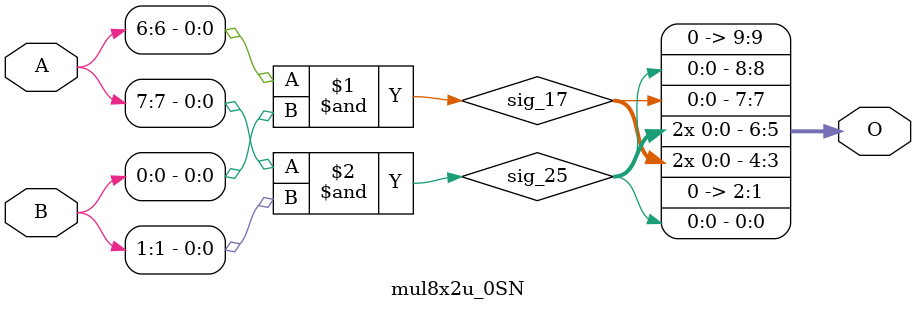
<source format=v>

/***
* This code is a part of EvoApproxLib library (ehw.fit.vutbr.cz/approxlib) distributed under The MIT License.
* When used, please cite the following article(s): V. Mrazek, L. Sekanina, Z. Vasicek "Libraries of Approximate Circuits: Automated Design and Application in CNN Accelerators" IEEE Journal on Emerging and Selected Topics in Circuits and Systems, Vol 10, No 4, 2020 
* This file contains a circuit from a sub-set of pareto optimal circuits with respect to the pwr and wce parameters
***/
// MAE% = 7.50 %
// MAE = 77 
// WCE% = 25.39 %
// WCE = 260 
// WCRE% = 137.50 %
// EP% = 74.71 %
// MRE% = 60.33 %
// MSE = 10903 
// PDK45_PWR = 0.0006 mW
// PDK45_AREA = 4.7 um2
// PDK45_DELAY = 0.04 ns

module mul8x2u_0SN (
    A,
    B,
    O
);

input [7:0] A;
input [1:0] B;
output [9:0] O;

wire sig_17,sig_25;

assign sig_17 = A[6] & B[0];
assign sig_25 = A[7] & B[1];

assign O[9] = 1'b0;
assign O[8] = sig_25;
assign O[7] = sig_17;
assign O[6] = sig_25;
assign O[5] = sig_25;
assign O[4] = sig_17;
assign O[3] = sig_17;
assign O[2] = 1'b0;
assign O[1] = 1'b0;
assign O[0] = sig_25;

endmodule



</source>
